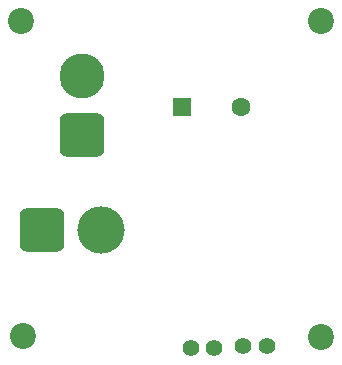
<source format=gbr>
%TF.GenerationSoftware,KiCad,Pcbnew,9.0.4*%
%TF.CreationDate,2025-09-28T15:06:45-05:00*%
%TF.ProjectId,Onboarding,4f6e626f-6172-4646-996e-672e6b696361,rev?*%
%TF.SameCoordinates,Original*%
%TF.FileFunction,Soldermask,Bot*%
%TF.FilePolarity,Negative*%
%FSLAX46Y46*%
G04 Gerber Fmt 4.6, Leading zero omitted, Abs format (unit mm)*
G04 Created by KiCad (PCBNEW 9.0.4) date 2025-09-28 15:06:45*
%MOMM*%
%LPD*%
G01*
G04 APERTURE LIST*
G04 Aperture macros list*
%AMRoundRect*
0 Rectangle with rounded corners*
0 $1 Rounding radius*
0 $2 $3 $4 $5 $6 $7 $8 $9 X,Y pos of 4 corners*
0 Add a 4 corners polygon primitive as box body*
4,1,4,$2,$3,$4,$5,$6,$7,$8,$9,$2,$3,0*
0 Add four circle primitives for the rounded corners*
1,1,$1+$1,$2,$3*
1,1,$1+$1,$4,$5*
1,1,$1+$1,$6,$7*
1,1,$1+$1,$8,$9*
0 Add four rect primitives between the rounded corners*
20,1,$1+$1,$2,$3,$4,$5,0*
20,1,$1+$1,$4,$5,$6,$7,0*
20,1,$1+$1,$6,$7,$8,$9,0*
20,1,$1+$1,$8,$9,$2,$3,0*%
G04 Aperture macros list end*
%ADD10RoundRect,0.760000X1.140000X-1.140000X1.140000X1.140000X-1.140000X1.140000X-1.140000X-1.140000X0*%
%ADD11C,3.800000*%
%ADD12C,1.400000*%
%ADD13C,2.200000*%
%ADD14RoundRect,0.250000X-0.550000X-0.550000X0.550000X-0.550000X0.550000X0.550000X-0.550000X0.550000X0*%
%ADD15C,1.600000*%
%ADD16RoundRect,0.760000X-1.140000X-1.140000X1.140000X-1.140000X1.140000X1.140000X-1.140000X1.140000X0*%
%ADD17C,4.000000*%
G04 APERTURE END LIST*
D10*
%TO.C,J2*%
X111230000Y-81310000D03*
D11*
X111230000Y-76310000D03*
%TD*%
D12*
%TO.C,TP1*%
X124875000Y-99175000D03*
X126875000Y-99175000D03*
%TD*%
D13*
%TO.C,H3*%
X106220000Y-98290000D03*
%TD*%
D14*
%TO.C,C1*%
X119747349Y-78910000D03*
D15*
X124747349Y-78910000D03*
%TD*%
D13*
%TO.C,H4*%
X131480000Y-98390000D03*
%TD*%
%TO.C,H1*%
X106100000Y-71660000D03*
%TD*%
D16*
%TO.C,J1*%
X107900000Y-89375000D03*
D17*
X112900000Y-89375000D03*
%TD*%
D13*
%TO.C,H2*%
X131450000Y-71660000D03*
%TD*%
D12*
%TO.C,TP2*%
X120440000Y-99340000D03*
X122440000Y-99340000D03*
%TD*%
M02*

</source>
